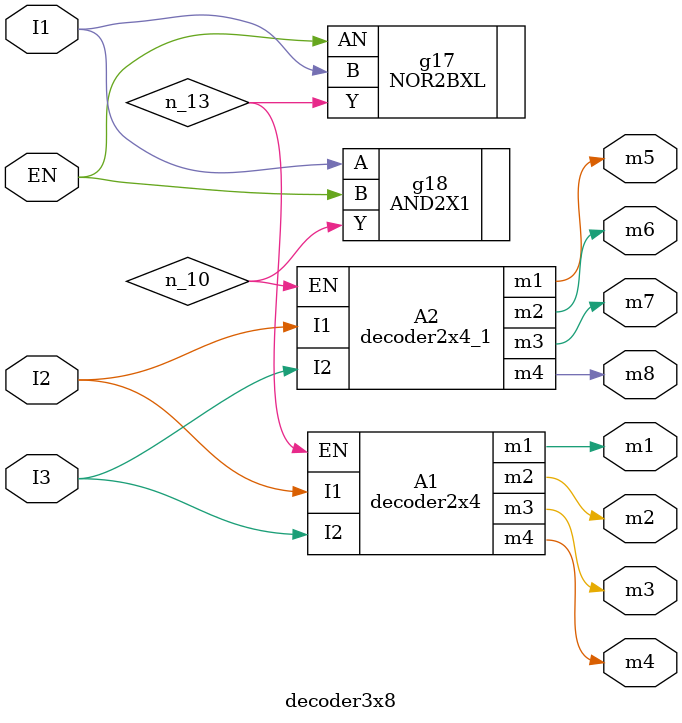
<source format=v>


// Verification Directory fv/decoder3x8 

module decoder1x2(EN, I1, m1, m2);
  input EN, I1;
  output m1, m2;
  wire EN, I1;
  wire m1, m2;
  NOR2BXL g17(.AN (EN), .B (I1), .Y (m1));
  AND2XL g18(.A (I1), .B (EN), .Y (m2));
endmodule

module decoder1x2_1(EN, I1, m1, m2);
  input EN, I1;
  output m1, m2;
  wire EN, I1;
  wire m1, m2;
  NOR2BXL g17(.AN (EN), .B (I1), .Y (m1));
  AND2XL g18(.A (I1), .B (EN), .Y (m2));
endmodule

module decoder2x4(EN, I1, I2, m1, m2, m3, m4);
  input EN, I1, I2;
  output m1, m2, m3, m4;
  wire EN, I1, I2;
  wire m1, m2, m3, m4;
  wire n_6, n_8;
  decoder1x2 A1(n_8, I2, m1, m2);
  decoder1x2_1 A2(n_6, I2, m3, m4);
  NOR2BXL g17(.AN (EN), .B (I1), .Y (n_8));
  AND2X1 g18(.A (I1), .B (EN), .Y (n_6));
endmodule

module decoder1x2_2(EN, I1, m1, m2);
  input EN, I1;
  output m1, m2;
  wire EN, I1;
  wire m1, m2;
  NOR2BXL g17(.AN (EN), .B (I1), .Y (m1));
  AND2XL g18(.A (I1), .B (EN), .Y (m2));
endmodule

module decoder1x2_3(EN, I1, m1, m2);
  input EN, I1;
  output m1, m2;
  wire EN, I1;
  wire m1, m2;
  NOR2BXL g17(.AN (EN), .B (I1), .Y (m1));
  AND2XL g18(.A (I1), .B (EN), .Y (m2));
endmodule

module decoder2x4_1(EN, I1, I2, m1, m2, m3, m4);
  input EN, I1, I2;
  output m1, m2, m3, m4;
  wire EN, I1, I2;
  wire m1, m2, m3, m4;
  wire n_6, n_8;
  decoder1x2_2 A1(.EN (n_8), .I1 (I2), .m1 (m1), .m2 (m2));
  decoder1x2_3 A2(.EN (n_6), .I1 (I2), .m1 (m3), .m2 (m4));
  NOR2BXL g17(.AN (EN), .B (I1), .Y (n_8));
  AND2X1 g18(.A (I1), .B (EN), .Y (n_6));
endmodule

module decoder3x8(EN, I1, I2, I3, m1, m2, m3, m4, m5, m6, m7, m8);
  input EN, I1, I2, I3;
  output m1, m2, m3, m4, m5, m6, m7, m8;
  wire EN, I1, I2, I3;
  wire m1, m2, m3, m4, m5, m6, m7, m8;
  wire n_10, n_13;
  decoder2x4 A1(n_13, I2, I3, m1, m2, m3, m4);
  decoder2x4_1 A2(n_10, I2, I3, m5, m6, m7, m8);
  NOR2BXL g17(.AN (EN), .B (I1), .Y (n_13));
  AND2X1 g18(.A (I1), .B (EN), .Y (n_10));
endmodule


</source>
